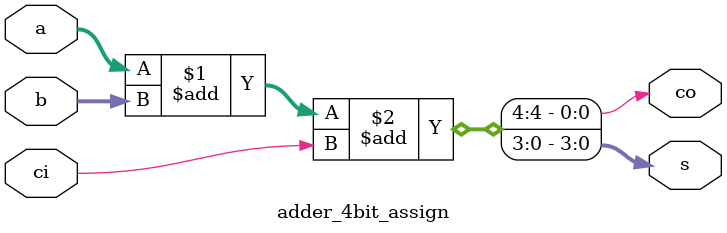
<source format=v>
module  adder_4bit_assign (a,b,ci,s,co);
    input [3:0] a,b;
    input ci;
    output [3:0] s;
    output co;

    assign {co,s} = (a + b + ci);
endmodule
</source>
